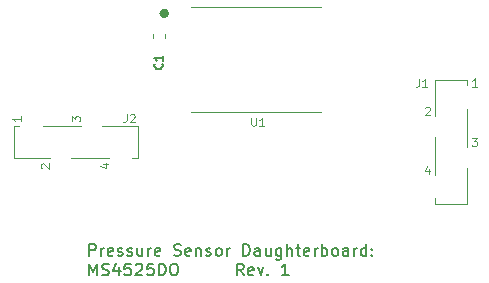
<source format=gto>
G04 #@! TF.GenerationSoftware,KiCad,Pcbnew,(5.1.9-16-g1737927814)-1*
G04 #@! TF.CreationDate,2021-04-01T12:21:51-04:00*
G04 #@! TF.ProjectId,pressure_ms4525do,70726573-7375-4726-955f-6d7334353235,1*
G04 #@! TF.SameCoordinates,Original*
G04 #@! TF.FileFunction,Legend,Top*
G04 #@! TF.FilePolarity,Positive*
%FSLAX45Y45*%
G04 Gerber Fmt 4.5, Leading zero omitted, Abs format (unit mm)*
G04 Created by KiCad (PCBNEW (5.1.9-16-g1737927814)-1) date 2021-04-01 12:21:51*
%MOMM*%
%LPD*%
G01*
G04 APERTURE LIST*
%ADD10C,0.150000*%
%ADD11C,0.120000*%
%ADD12C,0.400000*%
G04 APERTURE END LIST*
D10*
X708559Y-2212738D02*
X708559Y-2112738D01*
X746655Y-2112738D01*
X756178Y-2117500D01*
X760940Y-2122262D01*
X765702Y-2131786D01*
X765702Y-2146071D01*
X760940Y-2155595D01*
X756178Y-2160357D01*
X746655Y-2165119D01*
X708559Y-2165119D01*
X808559Y-2212738D02*
X808559Y-2146071D01*
X808559Y-2165119D02*
X813321Y-2155595D01*
X818083Y-2150833D01*
X827607Y-2146071D01*
X837131Y-2146071D01*
X908559Y-2207976D02*
X899036Y-2212738D01*
X879988Y-2212738D01*
X870464Y-2207976D01*
X865702Y-2198452D01*
X865702Y-2160357D01*
X870464Y-2150833D01*
X879988Y-2146071D01*
X899036Y-2146071D01*
X908559Y-2150833D01*
X913321Y-2160357D01*
X913321Y-2169881D01*
X865702Y-2179405D01*
X951417Y-2207976D02*
X960940Y-2212738D01*
X979988Y-2212738D01*
X989512Y-2207976D01*
X994274Y-2198452D01*
X994274Y-2193690D01*
X989512Y-2184167D01*
X979988Y-2179405D01*
X965702Y-2179405D01*
X956178Y-2174643D01*
X951417Y-2165119D01*
X951417Y-2160357D01*
X956178Y-2150833D01*
X965702Y-2146071D01*
X979988Y-2146071D01*
X989512Y-2150833D01*
X1032369Y-2207976D02*
X1041893Y-2212738D01*
X1060940Y-2212738D01*
X1070464Y-2207976D01*
X1075226Y-2198452D01*
X1075226Y-2193690D01*
X1070464Y-2184167D01*
X1060940Y-2179405D01*
X1046655Y-2179405D01*
X1037131Y-2174643D01*
X1032369Y-2165119D01*
X1032369Y-2160357D01*
X1037131Y-2150833D01*
X1046655Y-2146071D01*
X1060940Y-2146071D01*
X1070464Y-2150833D01*
X1160940Y-2146071D02*
X1160940Y-2212738D01*
X1118083Y-2146071D02*
X1118083Y-2198452D01*
X1122845Y-2207976D01*
X1132369Y-2212738D01*
X1146655Y-2212738D01*
X1156179Y-2207976D01*
X1160940Y-2203214D01*
X1208560Y-2212738D02*
X1208560Y-2146071D01*
X1208560Y-2165119D02*
X1213321Y-2155595D01*
X1218083Y-2150833D01*
X1227607Y-2146071D01*
X1237131Y-2146071D01*
X1308560Y-2207976D02*
X1299036Y-2212738D01*
X1279988Y-2212738D01*
X1270464Y-2207976D01*
X1265702Y-2198452D01*
X1265702Y-2160357D01*
X1270464Y-2150833D01*
X1279988Y-2146071D01*
X1299036Y-2146071D01*
X1308560Y-2150833D01*
X1313321Y-2160357D01*
X1313321Y-2169881D01*
X1265702Y-2179405D01*
X1427607Y-2207976D02*
X1441893Y-2212738D01*
X1465702Y-2212738D01*
X1475226Y-2207976D01*
X1479988Y-2203214D01*
X1484750Y-2193690D01*
X1484750Y-2184167D01*
X1479988Y-2174643D01*
X1475226Y-2169881D01*
X1465702Y-2165119D01*
X1446655Y-2160357D01*
X1437131Y-2155595D01*
X1432369Y-2150833D01*
X1427607Y-2141310D01*
X1427607Y-2131786D01*
X1432369Y-2122262D01*
X1437131Y-2117500D01*
X1446655Y-2112738D01*
X1470464Y-2112738D01*
X1484750Y-2117500D01*
X1565702Y-2207976D02*
X1556178Y-2212738D01*
X1537131Y-2212738D01*
X1527607Y-2207976D01*
X1522845Y-2198452D01*
X1522845Y-2160357D01*
X1527607Y-2150833D01*
X1537131Y-2146071D01*
X1556178Y-2146071D01*
X1565702Y-2150833D01*
X1570464Y-2160357D01*
X1570464Y-2169881D01*
X1522845Y-2179405D01*
X1613321Y-2146071D02*
X1613321Y-2212738D01*
X1613321Y-2155595D02*
X1618083Y-2150833D01*
X1627607Y-2146071D01*
X1641893Y-2146071D01*
X1651417Y-2150833D01*
X1656178Y-2160357D01*
X1656178Y-2212738D01*
X1699036Y-2207976D02*
X1708559Y-2212738D01*
X1727607Y-2212738D01*
X1737131Y-2207976D01*
X1741893Y-2198452D01*
X1741893Y-2193690D01*
X1737131Y-2184167D01*
X1727607Y-2179405D01*
X1713321Y-2179405D01*
X1703798Y-2174643D01*
X1699036Y-2165119D01*
X1699036Y-2160357D01*
X1703798Y-2150833D01*
X1713321Y-2146071D01*
X1727607Y-2146071D01*
X1737131Y-2150833D01*
X1799036Y-2212738D02*
X1789512Y-2207976D01*
X1784750Y-2203214D01*
X1779988Y-2193690D01*
X1779988Y-2165119D01*
X1784750Y-2155595D01*
X1789512Y-2150833D01*
X1799036Y-2146071D01*
X1813321Y-2146071D01*
X1822845Y-2150833D01*
X1827607Y-2155595D01*
X1832369Y-2165119D01*
X1832369Y-2193690D01*
X1827607Y-2203214D01*
X1822845Y-2207976D01*
X1813321Y-2212738D01*
X1799036Y-2212738D01*
X1875226Y-2212738D02*
X1875226Y-2146071D01*
X1875226Y-2165119D02*
X1879988Y-2155595D01*
X1884750Y-2150833D01*
X1894274Y-2146071D01*
X1903798Y-2146071D01*
X2013321Y-2212738D02*
X2013321Y-2112738D01*
X2037131Y-2112738D01*
X2051417Y-2117500D01*
X2060940Y-2127024D01*
X2065702Y-2136548D01*
X2070464Y-2155595D01*
X2070464Y-2169881D01*
X2065702Y-2188929D01*
X2060940Y-2198452D01*
X2051417Y-2207976D01*
X2037131Y-2212738D01*
X2013321Y-2212738D01*
X2156179Y-2212738D02*
X2156179Y-2160357D01*
X2151417Y-2150833D01*
X2141893Y-2146071D01*
X2122845Y-2146071D01*
X2113321Y-2150833D01*
X2156179Y-2207976D02*
X2146655Y-2212738D01*
X2122845Y-2212738D01*
X2113321Y-2207976D01*
X2108560Y-2198452D01*
X2108560Y-2188929D01*
X2113321Y-2179405D01*
X2122845Y-2174643D01*
X2146655Y-2174643D01*
X2156179Y-2169881D01*
X2246655Y-2146071D02*
X2246655Y-2212738D01*
X2203798Y-2146071D02*
X2203798Y-2198452D01*
X2208560Y-2207976D01*
X2218083Y-2212738D01*
X2232369Y-2212738D01*
X2241893Y-2207976D01*
X2246655Y-2203214D01*
X2337131Y-2146071D02*
X2337131Y-2227024D01*
X2332369Y-2236548D01*
X2327607Y-2241310D01*
X2318083Y-2246071D01*
X2303798Y-2246071D01*
X2294274Y-2241310D01*
X2337131Y-2207976D02*
X2327607Y-2212738D01*
X2308560Y-2212738D01*
X2299036Y-2207976D01*
X2294274Y-2203214D01*
X2289512Y-2193690D01*
X2289512Y-2165119D01*
X2294274Y-2155595D01*
X2299036Y-2150833D01*
X2308560Y-2146071D01*
X2327607Y-2146071D01*
X2337131Y-2150833D01*
X2384750Y-2212738D02*
X2384750Y-2112738D01*
X2427607Y-2212738D02*
X2427607Y-2160357D01*
X2422845Y-2150833D01*
X2413321Y-2146071D01*
X2399036Y-2146071D01*
X2389512Y-2150833D01*
X2384750Y-2155595D01*
X2460940Y-2146071D02*
X2499036Y-2146071D01*
X2475226Y-2112738D02*
X2475226Y-2198452D01*
X2479988Y-2207976D01*
X2489512Y-2212738D01*
X2499036Y-2212738D01*
X2570464Y-2207976D02*
X2560940Y-2212738D01*
X2541893Y-2212738D01*
X2532369Y-2207976D01*
X2527607Y-2198452D01*
X2527607Y-2160357D01*
X2532369Y-2150833D01*
X2541893Y-2146071D01*
X2560940Y-2146071D01*
X2570464Y-2150833D01*
X2575226Y-2160357D01*
X2575226Y-2169881D01*
X2527607Y-2179405D01*
X2618083Y-2212738D02*
X2618083Y-2146071D01*
X2618083Y-2165119D02*
X2622845Y-2155595D01*
X2627607Y-2150833D01*
X2637131Y-2146071D01*
X2646655Y-2146071D01*
X2679988Y-2212738D02*
X2679988Y-2112738D01*
X2679988Y-2150833D02*
X2689512Y-2146071D01*
X2708560Y-2146071D01*
X2718083Y-2150833D01*
X2722845Y-2155595D01*
X2727607Y-2165119D01*
X2727607Y-2193690D01*
X2722845Y-2203214D01*
X2718083Y-2207976D01*
X2708560Y-2212738D01*
X2689512Y-2212738D01*
X2679988Y-2207976D01*
X2784750Y-2212738D02*
X2775226Y-2207976D01*
X2770464Y-2203214D01*
X2765702Y-2193690D01*
X2765702Y-2165119D01*
X2770464Y-2155595D01*
X2775226Y-2150833D01*
X2784750Y-2146071D01*
X2799036Y-2146071D01*
X2808559Y-2150833D01*
X2813321Y-2155595D01*
X2818083Y-2165119D01*
X2818083Y-2193690D01*
X2813321Y-2203214D01*
X2808559Y-2207976D01*
X2799036Y-2212738D01*
X2784750Y-2212738D01*
X2903798Y-2212738D02*
X2903798Y-2160357D01*
X2899036Y-2150833D01*
X2889512Y-2146071D01*
X2870464Y-2146071D01*
X2860940Y-2150833D01*
X2903798Y-2207976D02*
X2894274Y-2212738D01*
X2870464Y-2212738D01*
X2860940Y-2207976D01*
X2856178Y-2198452D01*
X2856178Y-2188929D01*
X2860940Y-2179405D01*
X2870464Y-2174643D01*
X2894274Y-2174643D01*
X2903798Y-2169881D01*
X2951417Y-2212738D02*
X2951417Y-2146071D01*
X2951417Y-2165119D02*
X2956178Y-2155595D01*
X2960940Y-2150833D01*
X2970464Y-2146071D01*
X2979988Y-2146071D01*
X3056178Y-2212738D02*
X3056178Y-2112738D01*
X3056178Y-2207976D02*
X3046655Y-2212738D01*
X3027607Y-2212738D01*
X3018083Y-2207976D01*
X3013321Y-2203214D01*
X3008559Y-2193690D01*
X3008559Y-2165119D01*
X3013321Y-2155595D01*
X3018083Y-2150833D01*
X3027607Y-2146071D01*
X3046655Y-2146071D01*
X3056178Y-2150833D01*
X3103798Y-2203214D02*
X3108559Y-2207976D01*
X3103798Y-2212738D01*
X3099036Y-2207976D01*
X3103798Y-2203214D01*
X3103798Y-2212738D01*
X3103798Y-2150833D02*
X3108559Y-2155595D01*
X3103798Y-2160357D01*
X3099036Y-2155595D01*
X3103798Y-2150833D01*
X3103798Y-2160357D01*
X708559Y-2377738D02*
X708559Y-2277738D01*
X741893Y-2349167D01*
X775226Y-2277738D01*
X775226Y-2377738D01*
X818083Y-2372976D02*
X832369Y-2377738D01*
X856178Y-2377738D01*
X865702Y-2372976D01*
X870464Y-2368214D01*
X875226Y-2358690D01*
X875226Y-2349167D01*
X870464Y-2339643D01*
X865702Y-2334881D01*
X856178Y-2330119D01*
X837131Y-2325357D01*
X827607Y-2320595D01*
X822845Y-2315833D01*
X818083Y-2306310D01*
X818083Y-2296786D01*
X822845Y-2287262D01*
X827607Y-2282500D01*
X837131Y-2277738D01*
X860940Y-2277738D01*
X875226Y-2282500D01*
X960940Y-2311071D02*
X960940Y-2377738D01*
X937131Y-2272976D02*
X913321Y-2344405D01*
X975226Y-2344405D01*
X1060940Y-2277738D02*
X1013321Y-2277738D01*
X1008559Y-2325357D01*
X1013321Y-2320595D01*
X1022845Y-2315833D01*
X1046655Y-2315833D01*
X1056179Y-2320595D01*
X1060940Y-2325357D01*
X1065702Y-2334881D01*
X1065702Y-2358690D01*
X1060940Y-2368214D01*
X1056179Y-2372976D01*
X1046655Y-2377738D01*
X1022845Y-2377738D01*
X1013321Y-2372976D01*
X1008559Y-2368214D01*
X1103798Y-2287262D02*
X1108560Y-2282500D01*
X1118083Y-2277738D01*
X1141893Y-2277738D01*
X1151417Y-2282500D01*
X1156179Y-2287262D01*
X1160940Y-2296786D01*
X1160940Y-2306310D01*
X1156179Y-2320595D01*
X1099036Y-2377738D01*
X1160940Y-2377738D01*
X1251417Y-2277738D02*
X1203798Y-2277738D01*
X1199036Y-2325357D01*
X1203798Y-2320595D01*
X1213321Y-2315833D01*
X1237131Y-2315833D01*
X1246655Y-2320595D01*
X1251417Y-2325357D01*
X1256179Y-2334881D01*
X1256179Y-2358690D01*
X1251417Y-2368214D01*
X1246655Y-2372976D01*
X1237131Y-2377738D01*
X1213321Y-2377738D01*
X1203798Y-2372976D01*
X1199036Y-2368214D01*
X1299036Y-2377738D02*
X1299036Y-2277738D01*
X1322845Y-2277738D01*
X1337131Y-2282500D01*
X1346655Y-2292024D01*
X1351417Y-2301548D01*
X1356179Y-2320595D01*
X1356179Y-2334881D01*
X1351417Y-2353929D01*
X1346655Y-2363452D01*
X1337131Y-2372976D01*
X1322845Y-2377738D01*
X1299036Y-2377738D01*
X1418083Y-2277738D02*
X1437131Y-2277738D01*
X1446655Y-2282500D01*
X1456178Y-2292024D01*
X1460940Y-2311071D01*
X1460940Y-2344405D01*
X1456178Y-2363452D01*
X1446655Y-2372976D01*
X1437131Y-2377738D01*
X1418083Y-2377738D01*
X1408559Y-2372976D01*
X1399036Y-2363452D01*
X1394274Y-2344405D01*
X1394274Y-2311071D01*
X1399036Y-2292024D01*
X1408559Y-2282500D01*
X1418083Y-2277738D01*
X2018083Y-2377738D02*
X1984750Y-2330119D01*
X1960940Y-2377738D02*
X1960940Y-2277738D01*
X1999036Y-2277738D01*
X2008559Y-2282500D01*
X2013321Y-2287262D01*
X2018083Y-2296786D01*
X2018083Y-2311071D01*
X2013321Y-2320595D01*
X2008559Y-2325357D01*
X1999036Y-2330119D01*
X1960940Y-2330119D01*
X2099036Y-2372976D02*
X2089512Y-2377738D01*
X2070464Y-2377738D01*
X2060940Y-2372976D01*
X2056178Y-2363452D01*
X2056178Y-2325357D01*
X2060940Y-2315833D01*
X2070464Y-2311071D01*
X2089512Y-2311071D01*
X2099036Y-2315833D01*
X2103798Y-2325357D01*
X2103798Y-2334881D01*
X2056178Y-2344405D01*
X2137131Y-2311071D02*
X2160940Y-2377738D01*
X2184750Y-2311071D01*
X2222845Y-2368214D02*
X2227607Y-2372976D01*
X2222845Y-2377738D01*
X2218083Y-2372976D01*
X2222845Y-2368214D01*
X2222845Y-2377738D01*
X2399036Y-2377738D02*
X2341893Y-2377738D01*
X2370464Y-2377738D02*
X2370464Y-2277738D01*
X2360940Y-2292024D01*
X2351417Y-2301548D01*
X2341893Y-2306310D01*
D11*
X820000Y-1117000D02*
X1123000Y-1117000D01*
X320000Y-1117000D02*
X640000Y-1117000D01*
X76000Y-1117000D02*
X120000Y-1117000D01*
X1124000Y-1117000D02*
X1124000Y-1383000D01*
X560000Y-1383000D02*
X880000Y-1383000D01*
X76000Y-1383000D02*
X380000Y-1383000D01*
X76000Y-1117000D02*
X76000Y-1383000D01*
X1073000Y-1383000D02*
X1122000Y-1383000D01*
X3908000Y-1470000D02*
X3908000Y-1773000D01*
X3908000Y-970000D02*
X3908000Y-1290000D01*
X3908000Y-726000D02*
X3908000Y-770000D01*
X3908000Y-1774000D02*
X3642000Y-1774000D01*
X3642000Y-1210000D02*
X3642000Y-1530000D01*
X3642000Y-726000D02*
X3642000Y-1030000D01*
X3908000Y-726000D02*
X3642000Y-726000D01*
X3642000Y-1723000D02*
X3642000Y-1772000D01*
D12*
X1365000Y-160000D02*
G75*
G03*
X1365000Y-160000I-20000J0D01*
G01*
D11*
X2675000Y-105000D02*
X1575000Y-105000D01*
X1575000Y-995000D02*
X2675000Y-995000D01*
X1351000Y-333722D02*
X1351000Y-366278D01*
X1249000Y-333722D02*
X1249000Y-366278D01*
X1026667Y-1011667D02*
X1026667Y-1061667D01*
X1023333Y-1071667D01*
X1016667Y-1078333D01*
X1006667Y-1081667D01*
X1000000Y-1081667D01*
X1056667Y-1018333D02*
X1060000Y-1015000D01*
X1066667Y-1011667D01*
X1083333Y-1011667D01*
X1090000Y-1015000D01*
X1093333Y-1018333D01*
X1096667Y-1025000D01*
X1096667Y-1031667D01*
X1093333Y-1041667D01*
X1053333Y-1081667D01*
X1096667Y-1081667D01*
X561667Y-1073333D02*
X561667Y-1030000D01*
X588333Y-1053333D01*
X588333Y-1043333D01*
X591667Y-1036667D01*
X595000Y-1033333D01*
X601667Y-1030000D01*
X618333Y-1030000D01*
X625000Y-1033333D01*
X628333Y-1036667D01*
X631667Y-1043333D01*
X631667Y-1063333D01*
X628333Y-1070000D01*
X625000Y-1073333D01*
X129667Y-1030000D02*
X129667Y-1070000D01*
X129667Y-1050000D02*
X59667Y-1050000D01*
X69667Y-1056667D01*
X76333Y-1063333D01*
X79667Y-1070000D01*
X308333Y-1470000D02*
X305000Y-1466667D01*
X301667Y-1460000D01*
X301667Y-1443333D01*
X305000Y-1436667D01*
X308333Y-1433333D01*
X315000Y-1430000D01*
X321667Y-1430000D01*
X331667Y-1433333D01*
X371667Y-1473333D01*
X371667Y-1430000D01*
X825000Y-1436667D02*
X871667Y-1436667D01*
X798333Y-1453333D02*
X848333Y-1470000D01*
X848333Y-1426667D01*
X3501667Y-711667D02*
X3501667Y-761667D01*
X3498333Y-771667D01*
X3491667Y-778333D01*
X3481667Y-781667D01*
X3475000Y-781667D01*
X3571667Y-781667D02*
X3531667Y-781667D01*
X3551667Y-781667D02*
X3551667Y-711667D01*
X3545000Y-721667D01*
X3538333Y-728333D01*
X3531667Y-731667D01*
X3951667Y-1211667D02*
X3995000Y-1211667D01*
X3971667Y-1238333D01*
X3981667Y-1238333D01*
X3988333Y-1241667D01*
X3991667Y-1245000D01*
X3995000Y-1251667D01*
X3995000Y-1268333D01*
X3991667Y-1275000D01*
X3988333Y-1278333D01*
X3981667Y-1281667D01*
X3961667Y-1281667D01*
X3955000Y-1278333D01*
X3951667Y-1275000D01*
X3995000Y-779667D02*
X3955000Y-779667D01*
X3975000Y-779667D02*
X3975000Y-709667D01*
X3968333Y-719667D01*
X3961667Y-726333D01*
X3955000Y-729667D01*
X3555000Y-958333D02*
X3558333Y-955000D01*
X3565000Y-951667D01*
X3581667Y-951667D01*
X3588333Y-955000D01*
X3591667Y-958333D01*
X3595000Y-965000D01*
X3595000Y-971667D01*
X3591667Y-981667D01*
X3551667Y-1021667D01*
X3595000Y-1021667D01*
X3588333Y-1475000D02*
X3588333Y-1521667D01*
X3571667Y-1448333D02*
X3555000Y-1498333D01*
X3598333Y-1498333D01*
X2081667Y-1041667D02*
X2081667Y-1098333D01*
X2085000Y-1105000D01*
X2088333Y-1108333D01*
X2095000Y-1111667D01*
X2108333Y-1111667D01*
X2115000Y-1108333D01*
X2118333Y-1105000D01*
X2121667Y-1098333D01*
X2121667Y-1041667D01*
X2191667Y-1111667D02*
X2151667Y-1111667D01*
X2171667Y-1111667D02*
X2171667Y-1041667D01*
X2165000Y-1051667D01*
X2158333Y-1058333D01*
X2151667Y-1061667D01*
D10*
X1325000Y-586667D02*
X1328333Y-590000D01*
X1331667Y-600000D01*
X1331667Y-606667D01*
X1328333Y-616667D01*
X1321667Y-623333D01*
X1315000Y-626667D01*
X1301667Y-630000D01*
X1291667Y-630000D01*
X1278333Y-626667D01*
X1271667Y-623333D01*
X1265000Y-616667D01*
X1261667Y-606667D01*
X1261667Y-600000D01*
X1265000Y-590000D01*
X1268333Y-586667D01*
X1331667Y-520000D02*
X1331667Y-560000D01*
X1331667Y-540000D02*
X1261667Y-540000D01*
X1271667Y-546667D01*
X1278333Y-553333D01*
X1281667Y-560000D01*
M02*

</source>
